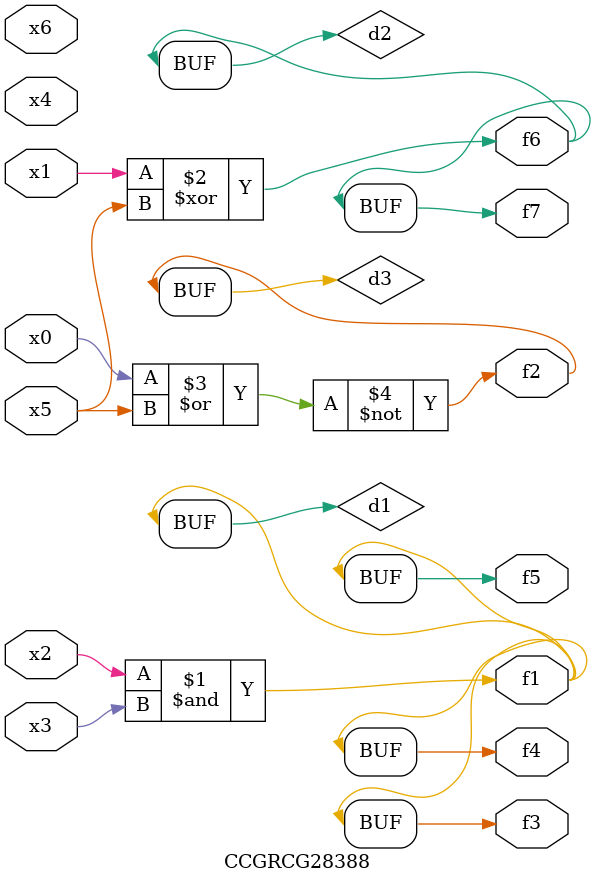
<source format=v>
module CCGRCG28388(
	input x0, x1, x2, x3, x4, x5, x6,
	output f1, f2, f3, f4, f5, f6, f7
);

	wire d1, d2, d3;

	and (d1, x2, x3);
	xor (d2, x1, x5);
	nor (d3, x0, x5);
	assign f1 = d1;
	assign f2 = d3;
	assign f3 = d1;
	assign f4 = d1;
	assign f5 = d1;
	assign f6 = d2;
	assign f7 = d2;
endmodule

</source>
